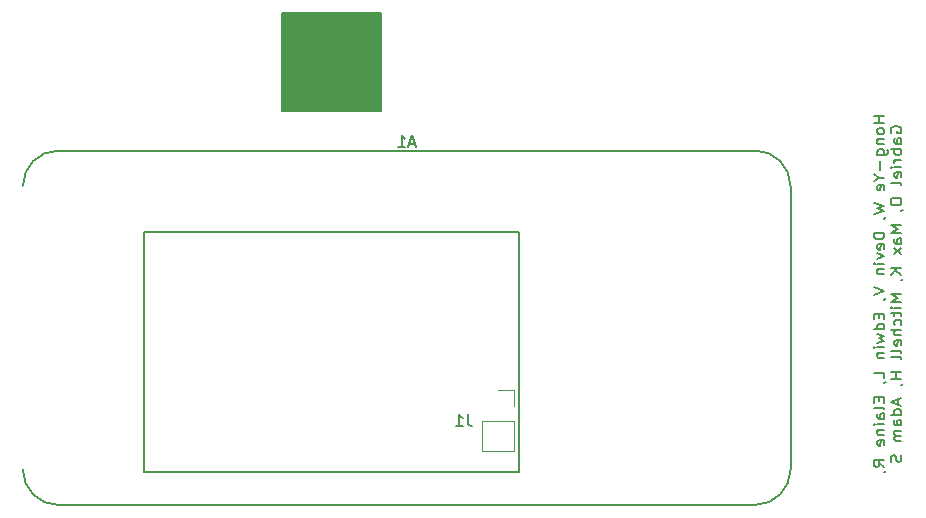
<source format=gbo>
G04 #@! TF.GenerationSoftware,KiCad,Pcbnew,(6.0.7-1)-1*
G04 #@! TF.CreationDate,2023-04-09T20:50:00-05:00*
G04 #@! TF.ProjectId,Neutro_v2,4e657574-726f-45f7-9632-2e6b69636164,v1*
G04 #@! TF.SameCoordinates,Original*
G04 #@! TF.FileFunction,Legend,Bot*
G04 #@! TF.FilePolarity,Positive*
%FSLAX46Y46*%
G04 Gerber Fmt 4.6, Leading zero omitted, Abs format (unit mm)*
G04 Created by KiCad (PCBNEW (6.0.7-1)-1) date 2023-04-09 20:50:00*
%MOMM*%
%LPD*%
G01*
G04 APERTURE LIST*
%ADD10C,0.150000*%
%ADD11C,0.200000*%
%ADD12C,0.127000*%
%ADD13C,0.120000*%
%ADD14C,1.500000*%
%ADD15C,2.500000*%
%ADD16C,2.250000*%
%ADD17C,2.700000*%
%ADD18C,1.930400*%
%ADD19R,1.800000X1.800000*%
%ADD20C,1.800000*%
%ADD21R,1.508000X1.508000*%
%ADD22C,1.508000*%
%ADD23C,3.500000*%
%ADD24R,1.700000X1.700000*%
%ADD25O,1.700000X1.700000*%
G04 APERTURE END LIST*
D10*
X148225000Y-83550000D02*
X156575000Y-83550000D01*
X156575000Y-83550000D02*
X156575000Y-75200000D01*
X156575000Y-75200000D02*
X148225000Y-75200000D01*
X148225000Y-75200000D02*
X148225000Y-83550000D01*
G36*
X148225000Y-83550000D02*
G01*
X156575000Y-83550000D01*
X156575000Y-75200000D01*
X148225000Y-75200000D01*
X148225000Y-83550000D01*
G37*
D11*
X199182642Y-83952380D02*
X198282642Y-83952380D01*
X198711214Y-83952380D02*
X198711214Y-84523809D01*
X199182642Y-84523809D02*
X198282642Y-84523809D01*
X199182642Y-85142857D02*
X199139785Y-85047619D01*
X199096928Y-85000000D01*
X199011214Y-84952380D01*
X198754071Y-84952380D01*
X198668357Y-85000000D01*
X198625500Y-85047619D01*
X198582642Y-85142857D01*
X198582642Y-85285714D01*
X198625500Y-85380952D01*
X198668357Y-85428571D01*
X198754071Y-85476190D01*
X199011214Y-85476190D01*
X199096928Y-85428571D01*
X199139785Y-85380952D01*
X199182642Y-85285714D01*
X199182642Y-85142857D01*
X198582642Y-85904761D02*
X199182642Y-85904761D01*
X198668357Y-85904761D02*
X198625500Y-85952380D01*
X198582642Y-86047619D01*
X198582642Y-86190476D01*
X198625500Y-86285714D01*
X198711214Y-86333333D01*
X199182642Y-86333333D01*
X198582642Y-87238095D02*
X199311214Y-87238095D01*
X199396928Y-87190476D01*
X199439785Y-87142857D01*
X199482642Y-87047619D01*
X199482642Y-86904761D01*
X199439785Y-86809523D01*
X199139785Y-87238095D02*
X199182642Y-87142857D01*
X199182642Y-86952380D01*
X199139785Y-86857142D01*
X199096928Y-86809523D01*
X199011214Y-86761904D01*
X198754071Y-86761904D01*
X198668357Y-86809523D01*
X198625500Y-86857142D01*
X198582642Y-86952380D01*
X198582642Y-87142857D01*
X198625500Y-87238095D01*
X198839785Y-87714285D02*
X198839785Y-88476190D01*
X198754071Y-89142857D02*
X199182642Y-89142857D01*
X198282642Y-88809523D02*
X198754071Y-89142857D01*
X198282642Y-89476190D01*
X199139785Y-90190476D02*
X199182642Y-90095238D01*
X199182642Y-89904761D01*
X199139785Y-89809523D01*
X199054071Y-89761904D01*
X198711214Y-89761904D01*
X198625500Y-89809523D01*
X198582642Y-89904761D01*
X198582642Y-90095238D01*
X198625500Y-90190476D01*
X198711214Y-90238095D01*
X198796928Y-90238095D01*
X198882642Y-89761904D01*
X198282642Y-91333333D02*
X199182642Y-91571428D01*
X198539785Y-91761904D01*
X199182642Y-91952380D01*
X198282642Y-92190476D01*
X199139785Y-92619047D02*
X199182642Y-92619047D01*
X199268357Y-92571428D01*
X199311214Y-92523809D01*
X199182642Y-93809523D02*
X198282642Y-93809523D01*
X198282642Y-94047619D01*
X198325500Y-94190476D01*
X198411214Y-94285714D01*
X198496928Y-94333333D01*
X198668357Y-94380952D01*
X198796928Y-94380952D01*
X198968357Y-94333333D01*
X199054071Y-94285714D01*
X199139785Y-94190476D01*
X199182642Y-94047619D01*
X199182642Y-93809523D01*
X199139785Y-95190476D02*
X199182642Y-95095238D01*
X199182642Y-94904761D01*
X199139785Y-94809523D01*
X199054071Y-94761904D01*
X198711214Y-94761904D01*
X198625500Y-94809523D01*
X198582642Y-94904761D01*
X198582642Y-95095238D01*
X198625500Y-95190476D01*
X198711214Y-95238095D01*
X198796928Y-95238095D01*
X198882642Y-94761904D01*
X198582642Y-95571428D02*
X199182642Y-95809523D01*
X198582642Y-96047619D01*
X199182642Y-96428571D02*
X198582642Y-96428571D01*
X198282642Y-96428571D02*
X198325500Y-96380952D01*
X198368357Y-96428571D01*
X198325500Y-96476190D01*
X198282642Y-96428571D01*
X198368357Y-96428571D01*
X198582642Y-96904761D02*
X199182642Y-96904761D01*
X198668357Y-96904761D02*
X198625500Y-96952380D01*
X198582642Y-97047619D01*
X198582642Y-97190476D01*
X198625500Y-97285714D01*
X198711214Y-97333333D01*
X199182642Y-97333333D01*
X198282642Y-98428571D02*
X199182642Y-98761904D01*
X198282642Y-99095238D01*
X199139785Y-99476190D02*
X199182642Y-99476190D01*
X199268357Y-99428571D01*
X199311214Y-99380952D01*
X198711214Y-100666666D02*
X198711214Y-101000000D01*
X199182642Y-101142857D02*
X199182642Y-100666666D01*
X198282642Y-100666666D01*
X198282642Y-101142857D01*
X199182642Y-102000000D02*
X198282642Y-102000000D01*
X199139785Y-102000000D02*
X199182642Y-101904761D01*
X199182642Y-101714285D01*
X199139785Y-101619047D01*
X199096928Y-101571428D01*
X199011214Y-101523809D01*
X198754071Y-101523809D01*
X198668357Y-101571428D01*
X198625500Y-101619047D01*
X198582642Y-101714285D01*
X198582642Y-101904761D01*
X198625500Y-102000000D01*
X198582642Y-102380952D02*
X199182642Y-102571428D01*
X198754071Y-102761904D01*
X199182642Y-102952380D01*
X198582642Y-103142857D01*
X199182642Y-103523809D02*
X198582642Y-103523809D01*
X198282642Y-103523809D02*
X198325500Y-103476190D01*
X198368357Y-103523809D01*
X198325500Y-103571428D01*
X198282642Y-103523809D01*
X198368357Y-103523809D01*
X198582642Y-104000000D02*
X199182642Y-104000000D01*
X198668357Y-104000000D02*
X198625500Y-104047619D01*
X198582642Y-104142857D01*
X198582642Y-104285714D01*
X198625500Y-104380952D01*
X198711214Y-104428571D01*
X199182642Y-104428571D01*
X199182642Y-106142857D02*
X199182642Y-105666666D01*
X198282642Y-105666666D01*
X199139785Y-106523809D02*
X199182642Y-106523809D01*
X199268357Y-106476190D01*
X199311214Y-106428571D01*
X198711214Y-107714285D02*
X198711214Y-108047619D01*
X199182642Y-108190476D02*
X199182642Y-107714285D01*
X198282642Y-107714285D01*
X198282642Y-108190476D01*
X199182642Y-108761904D02*
X199139785Y-108666666D01*
X199054071Y-108619047D01*
X198282642Y-108619047D01*
X199182642Y-109571428D02*
X198711214Y-109571428D01*
X198625500Y-109523809D01*
X198582642Y-109428571D01*
X198582642Y-109238095D01*
X198625500Y-109142857D01*
X199139785Y-109571428D02*
X199182642Y-109476190D01*
X199182642Y-109238095D01*
X199139785Y-109142857D01*
X199054071Y-109095238D01*
X198968357Y-109095238D01*
X198882642Y-109142857D01*
X198839785Y-109238095D01*
X198839785Y-109476190D01*
X198796928Y-109571428D01*
X199182642Y-110047619D02*
X198582642Y-110047619D01*
X198282642Y-110047619D02*
X198325500Y-110000000D01*
X198368357Y-110047619D01*
X198325500Y-110095238D01*
X198282642Y-110047619D01*
X198368357Y-110047619D01*
X198582642Y-110523809D02*
X199182642Y-110523809D01*
X198668357Y-110523809D02*
X198625500Y-110571428D01*
X198582642Y-110666666D01*
X198582642Y-110809523D01*
X198625500Y-110904761D01*
X198711214Y-110952380D01*
X199182642Y-110952380D01*
X199139785Y-111809523D02*
X199182642Y-111714285D01*
X199182642Y-111523809D01*
X199139785Y-111428571D01*
X199054071Y-111380952D01*
X198711214Y-111380952D01*
X198625500Y-111428571D01*
X198582642Y-111523809D01*
X198582642Y-111714285D01*
X198625500Y-111809523D01*
X198711214Y-111857142D01*
X198796928Y-111857142D01*
X198882642Y-111380952D01*
X199182642Y-113619047D02*
X198754071Y-113285714D01*
X199182642Y-113047619D02*
X198282642Y-113047619D01*
X198282642Y-113428571D01*
X198325500Y-113523809D01*
X198368357Y-113571428D01*
X198454071Y-113619047D01*
X198582642Y-113619047D01*
X198668357Y-113571428D01*
X198711214Y-113523809D01*
X198754071Y-113428571D01*
X198754071Y-113047619D01*
X199139785Y-114095238D02*
X199182642Y-114095238D01*
X199268357Y-114047619D01*
X199311214Y-114000000D01*
X199774500Y-85357142D02*
X199731642Y-85261904D01*
X199731642Y-85119047D01*
X199774500Y-84976190D01*
X199860214Y-84880952D01*
X199945928Y-84833333D01*
X200117357Y-84785714D01*
X200245928Y-84785714D01*
X200417357Y-84833333D01*
X200503071Y-84880952D01*
X200588785Y-84976190D01*
X200631642Y-85119047D01*
X200631642Y-85214285D01*
X200588785Y-85357142D01*
X200545928Y-85404761D01*
X200245928Y-85404761D01*
X200245928Y-85214285D01*
X200631642Y-86261904D02*
X200160214Y-86261904D01*
X200074500Y-86214285D01*
X200031642Y-86119047D01*
X200031642Y-85928571D01*
X200074500Y-85833333D01*
X200588785Y-86261904D02*
X200631642Y-86166666D01*
X200631642Y-85928571D01*
X200588785Y-85833333D01*
X200503071Y-85785714D01*
X200417357Y-85785714D01*
X200331642Y-85833333D01*
X200288785Y-85928571D01*
X200288785Y-86166666D01*
X200245928Y-86261904D01*
X200631642Y-86738095D02*
X199731642Y-86738095D01*
X200074500Y-86738095D02*
X200031642Y-86833333D01*
X200031642Y-87023809D01*
X200074500Y-87119047D01*
X200117357Y-87166666D01*
X200203071Y-87214285D01*
X200460214Y-87214285D01*
X200545928Y-87166666D01*
X200588785Y-87119047D01*
X200631642Y-87023809D01*
X200631642Y-86833333D01*
X200588785Y-86738095D01*
X200631642Y-87642857D02*
X200031642Y-87642857D01*
X200203071Y-87642857D02*
X200117357Y-87690476D01*
X200074500Y-87738095D01*
X200031642Y-87833333D01*
X200031642Y-87928571D01*
X200631642Y-88261904D02*
X200031642Y-88261904D01*
X199731642Y-88261904D02*
X199774500Y-88214285D01*
X199817357Y-88261904D01*
X199774500Y-88309523D01*
X199731642Y-88261904D01*
X199817357Y-88261904D01*
X200588785Y-89119047D02*
X200631642Y-89023809D01*
X200631642Y-88833333D01*
X200588785Y-88738095D01*
X200503071Y-88690476D01*
X200160214Y-88690476D01*
X200074500Y-88738095D01*
X200031642Y-88833333D01*
X200031642Y-89023809D01*
X200074500Y-89119047D01*
X200160214Y-89166666D01*
X200245928Y-89166666D01*
X200331642Y-88690476D01*
X200631642Y-89738095D02*
X200588785Y-89642857D01*
X200503071Y-89595238D01*
X199731642Y-89595238D01*
X199731642Y-91071428D02*
X199731642Y-91261904D01*
X199774500Y-91357142D01*
X199860214Y-91452380D01*
X200031642Y-91500000D01*
X200331642Y-91500000D01*
X200503071Y-91452380D01*
X200588785Y-91357142D01*
X200631642Y-91261904D01*
X200631642Y-91071428D01*
X200588785Y-90976190D01*
X200503071Y-90880952D01*
X200331642Y-90833333D01*
X200031642Y-90833333D01*
X199860214Y-90880952D01*
X199774500Y-90976190D01*
X199731642Y-91071428D01*
X200588785Y-91976190D02*
X200631642Y-91976190D01*
X200717357Y-91928571D01*
X200760214Y-91880952D01*
X200631642Y-93166666D02*
X199731642Y-93166666D01*
X200374500Y-93500000D01*
X199731642Y-93833333D01*
X200631642Y-93833333D01*
X200631642Y-94738095D02*
X200160214Y-94738095D01*
X200074500Y-94690476D01*
X200031642Y-94595238D01*
X200031642Y-94404761D01*
X200074500Y-94309523D01*
X200588785Y-94738095D02*
X200631642Y-94642857D01*
X200631642Y-94404761D01*
X200588785Y-94309523D01*
X200503071Y-94261904D01*
X200417357Y-94261904D01*
X200331642Y-94309523D01*
X200288785Y-94404761D01*
X200288785Y-94642857D01*
X200245928Y-94738095D01*
X200631642Y-95119047D02*
X200031642Y-95642857D01*
X200031642Y-95119047D02*
X200631642Y-95642857D01*
X200631642Y-96785714D02*
X199731642Y-96785714D01*
X200631642Y-97357142D02*
X200117357Y-96928571D01*
X199731642Y-97357142D02*
X200245928Y-96785714D01*
X200588785Y-97833333D02*
X200631642Y-97833333D01*
X200717357Y-97785714D01*
X200760214Y-97738095D01*
X200631642Y-99023809D02*
X199731642Y-99023809D01*
X200374500Y-99357142D01*
X199731642Y-99690476D01*
X200631642Y-99690476D01*
X200631642Y-100166666D02*
X200031642Y-100166666D01*
X199731642Y-100166666D02*
X199774500Y-100119047D01*
X199817357Y-100166666D01*
X199774500Y-100214285D01*
X199731642Y-100166666D01*
X199817357Y-100166666D01*
X200031642Y-100500000D02*
X200031642Y-100880952D01*
X199731642Y-100642857D02*
X200503071Y-100642857D01*
X200588785Y-100690476D01*
X200631642Y-100785714D01*
X200631642Y-100880952D01*
X200588785Y-101642857D02*
X200631642Y-101547619D01*
X200631642Y-101357142D01*
X200588785Y-101261904D01*
X200545928Y-101214285D01*
X200460214Y-101166666D01*
X200203071Y-101166666D01*
X200117357Y-101214285D01*
X200074500Y-101261904D01*
X200031642Y-101357142D01*
X200031642Y-101547619D01*
X200074500Y-101642857D01*
X200631642Y-102071428D02*
X199731642Y-102071428D01*
X200631642Y-102500000D02*
X200160214Y-102500000D01*
X200074500Y-102452380D01*
X200031642Y-102357142D01*
X200031642Y-102214285D01*
X200074500Y-102119047D01*
X200117357Y-102071428D01*
X200588785Y-103357142D02*
X200631642Y-103261904D01*
X200631642Y-103071428D01*
X200588785Y-102976190D01*
X200503071Y-102928571D01*
X200160214Y-102928571D01*
X200074500Y-102976190D01*
X200031642Y-103071428D01*
X200031642Y-103261904D01*
X200074500Y-103357142D01*
X200160214Y-103404761D01*
X200245928Y-103404761D01*
X200331642Y-102928571D01*
X200631642Y-103976190D02*
X200588785Y-103880952D01*
X200503071Y-103833333D01*
X199731642Y-103833333D01*
X200631642Y-104500000D02*
X200588785Y-104404761D01*
X200503071Y-104357142D01*
X199731642Y-104357142D01*
X200631642Y-105642857D02*
X199731642Y-105642857D01*
X200160214Y-105642857D02*
X200160214Y-106214285D01*
X200631642Y-106214285D02*
X199731642Y-106214285D01*
X200588785Y-106738095D02*
X200631642Y-106738095D01*
X200717357Y-106690476D01*
X200760214Y-106642857D01*
X200374500Y-107880952D02*
X200374500Y-108357142D01*
X200631642Y-107785714D02*
X199731642Y-108119047D01*
X200631642Y-108452380D01*
X200631642Y-109214285D02*
X199731642Y-109214285D01*
X200588785Y-109214285D02*
X200631642Y-109119047D01*
X200631642Y-108928571D01*
X200588785Y-108833333D01*
X200545928Y-108785714D01*
X200460214Y-108738095D01*
X200203071Y-108738095D01*
X200117357Y-108785714D01*
X200074500Y-108833333D01*
X200031642Y-108928571D01*
X200031642Y-109119047D01*
X200074500Y-109214285D01*
X200631642Y-110119047D02*
X200160214Y-110119047D01*
X200074500Y-110071428D01*
X200031642Y-109976190D01*
X200031642Y-109785714D01*
X200074500Y-109690476D01*
X200588785Y-110119047D02*
X200631642Y-110023809D01*
X200631642Y-109785714D01*
X200588785Y-109690476D01*
X200503071Y-109642857D01*
X200417357Y-109642857D01*
X200331642Y-109690476D01*
X200288785Y-109785714D01*
X200288785Y-110023809D01*
X200245928Y-110119047D01*
X200631642Y-110595238D02*
X200031642Y-110595238D01*
X200117357Y-110595238D02*
X200074500Y-110642857D01*
X200031642Y-110738095D01*
X200031642Y-110880952D01*
X200074500Y-110976190D01*
X200160214Y-111023809D01*
X200631642Y-111023809D01*
X200160214Y-111023809D02*
X200074500Y-111071428D01*
X200031642Y-111166666D01*
X200031642Y-111309523D01*
X200074500Y-111404761D01*
X200160214Y-111452380D01*
X200631642Y-111452380D01*
X200588785Y-112642857D02*
X200631642Y-112785714D01*
X200631642Y-113023809D01*
X200588785Y-113119047D01*
X200545928Y-113166666D01*
X200460214Y-113214285D01*
X200374500Y-113214285D01*
X200288785Y-113166666D01*
X200245928Y-113119047D01*
X200203071Y-113023809D01*
X200160214Y-112833333D01*
X200117357Y-112738095D01*
X200074500Y-112690476D01*
X199988785Y-112642857D01*
X199903071Y-112642857D01*
X199817357Y-112690476D01*
X199774500Y-112738095D01*
X199731642Y-112833333D01*
X199731642Y-113071428D01*
X199774500Y-113214285D01*
D10*
X159465635Y-86272981D02*
X158988545Y-86272981D01*
X159561053Y-86559235D02*
X159227090Y-85557345D01*
X158893127Y-86559235D01*
X158034364Y-86559235D02*
X158606872Y-86559235D01*
X158320618Y-86559235D02*
X158320618Y-85557345D01*
X158416036Y-85700473D01*
X158511454Y-85795891D01*
X158606872Y-85843600D01*
X163909333Y-109180380D02*
X163909333Y-109894666D01*
X163956952Y-110037523D01*
X164052190Y-110132761D01*
X164195047Y-110180380D01*
X164290285Y-110180380D01*
X162909333Y-110180380D02*
X163480761Y-110180380D01*
X163195047Y-110180380D02*
X163195047Y-109180380D01*
X163290285Y-109323238D01*
X163385523Y-109418476D01*
X163480761Y-109466095D01*
D12*
X141750000Y-116858000D02*
X133400000Y-116858000D01*
X188250000Y-116858000D02*
X129250000Y-116858000D01*
X154350000Y-116858000D02*
X146000000Y-116858000D01*
X129250000Y-86858000D02*
X188250000Y-86858000D01*
X191250000Y-89858000D02*
X191250000Y-113858000D01*
X126250000Y-113858000D02*
G75*
G03*
X129250000Y-116858000I3000000J0D01*
G01*
X191250000Y-89858000D02*
G75*
G03*
X188250000Y-86858000I-3000001J-1D01*
G01*
X129250000Y-86858000D02*
G75*
G03*
X126250000Y-89858000I0J-3000000D01*
G01*
X188250000Y-116858000D02*
G75*
G03*
X191250000Y-113858000I-1J3000001D01*
G01*
D13*
X165167000Y-109728000D02*
X165167000Y-112328000D01*
X167827000Y-109728000D02*
X167827000Y-112328000D01*
X167827000Y-108458000D02*
X167827000Y-107128000D01*
X167827000Y-112328000D02*
X165167000Y-112328000D01*
X167827000Y-107128000D02*
X166497000Y-107128000D01*
X167827000Y-109728000D02*
X165167000Y-109728000D01*
D11*
X136525000Y-114046000D02*
X168275000Y-114046000D01*
X168275000Y-114046000D02*
X168275000Y-93726000D01*
X168275000Y-93726000D02*
X136525000Y-93726000D01*
X136525000Y-93726000D02*
X136525000Y-114046000D01*
%LPC*%
D14*
X157353000Y-127000000D03*
X145000000Y-101600000D03*
D15*
X198700000Y-74400000D03*
D14*
X183000000Y-82000000D03*
X142000000Y-127000000D03*
X197000000Y-81300000D03*
X156000000Y-101600000D03*
X161925000Y-127000000D03*
X150750000Y-101600000D03*
X147000000Y-127000000D03*
D16*
X198120000Y-121285000D03*
X200660000Y-118745000D03*
X200660000Y-123825000D03*
X195580000Y-123825000D03*
X195580000Y-118745000D03*
D14*
X197000000Y-86300000D03*
D15*
X106100000Y-129000000D03*
D14*
X197000000Y-96500000D03*
X183000000Y-75650000D03*
D15*
X198700000Y-129000000D03*
D14*
X197000000Y-91300000D03*
D17*
X104775000Y-86487000D03*
X125095000Y-86487000D03*
D18*
X104848000Y-116168000D03*
X107388000Y-116168000D03*
X112468000Y-116168000D03*
X120088000Y-116168000D03*
X125168000Y-116168000D03*
X117548000Y-116168000D03*
X115008000Y-116168000D03*
X109928000Y-116168000D03*
X122628000Y-116168000D03*
D14*
X152400000Y-127000000D03*
D15*
X106100000Y-74500000D03*
D19*
X175750000Y-80725000D03*
D20*
X175750000Y-83265000D03*
D19*
X175800000Y-74375000D03*
D20*
X175800000Y-76915000D03*
D15*
X129750000Y-90358000D03*
X129750000Y-113358000D03*
X187750000Y-113358000D03*
X187750000Y-90358000D03*
D21*
X182880000Y-91628000D03*
D22*
X182880000Y-89088000D03*
X180340000Y-91628000D03*
X180340000Y-89088000D03*
X177800000Y-91628000D03*
X177800000Y-89088000D03*
X175260000Y-91628000D03*
X175260000Y-89088000D03*
X172720000Y-91628000D03*
X172720000Y-89088000D03*
X170180000Y-91628000D03*
X170180000Y-89088000D03*
X167640000Y-91628000D03*
X167640000Y-89088000D03*
X165100000Y-91628000D03*
X165100000Y-89088000D03*
X162560000Y-91628000D03*
X162560000Y-89088000D03*
X160020000Y-91628000D03*
X160020000Y-89088000D03*
X157480000Y-91628000D03*
X157480000Y-89088000D03*
X154940000Y-91628000D03*
X154940000Y-89088000D03*
X152400000Y-91628000D03*
X152400000Y-89088000D03*
X149860000Y-91628000D03*
X149860000Y-89088000D03*
X147320000Y-91628000D03*
X147320000Y-89088000D03*
X144780000Y-91628000D03*
X144780000Y-89088000D03*
X142240000Y-91628000D03*
X142240000Y-89088000D03*
X139700000Y-91628000D03*
X139700000Y-89088000D03*
X137160000Y-91628000D03*
X137160000Y-89088000D03*
X134620000Y-91628000D03*
X134620000Y-89088000D03*
D23*
X165735000Y-100076000D03*
X139065000Y-100076000D03*
D24*
X166497000Y-108458000D03*
D25*
X166497000Y-110998000D03*
M02*

</source>
